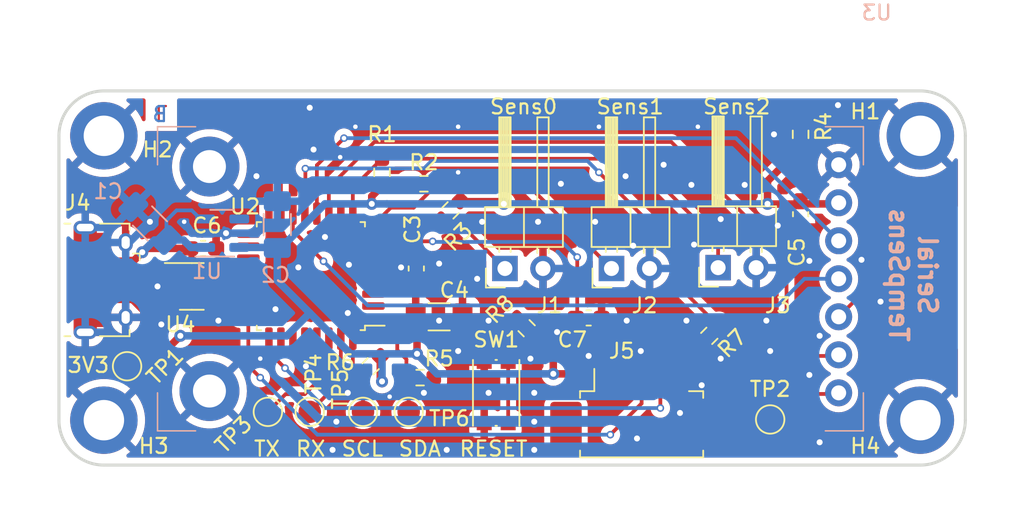
<source format=kicad_pcb>
(kicad_pcb (version 20221018) (generator pcbnew)
  (layers (0 "F.Cu" signal) (31 "B.Cu" signal) (34 "B.Paste" user) (35 "F.Paste" user) (36 "B.SilkS" user "B.Silkscreen") (37 "F.SilkS" user "F.Silkscreen") (38 "B.Mask" user) (39 "F.Mask" user) (44 "Edge.Cuts" user))
  (net 0 "")
  (net 1 "+3V3")
  (net 2 "GND")
  (net 3 "+5V")
  (net 4 "/nRST")
  (net 5 "Net-(J2-Pin_1)")
  (net 6 "Net-(J3-Pin_1)")
  (net 7 "/SWDIO")
  (net 8 "/SWCLK")
  (net 9 "/I2C1_SCL")
  (net 10 "/DISP_RST")
  (net 11 "/DISP_CS")
  (net 12 "/USB_D-")
  (net 13 "/USB_D+")
  (net 14 "/SPI1_SCK")
  (net 15 "/SPI1_MOSI")
  (net 16 "/DISP_DC")
  (net 17 "Net-(J1-Pin_1)")
  (net 30 "/UART_TX")
  (net 31 "/UART_RX")
  (net 35 "/I2C1_SDA")
  (net 36 "Net-(J4-D-)")
  (net 37 "Net-(J4-D+)")
  (footprint "Resistor_SMD:R_0603_1608Metric_Pad0.98x0.95mm_HandSolder" (layer "F.Cu") (at 124.638 66.982 -135)
    (fp_text reference "R3" (at 0.898026 -1.616446 -135) (layer "F.SilkS"))
    (fp_text value "8k2")
    (pad "1" smd roundrect (at -0.9125 0 225) (size 0.975 0.95) (layers "F.Cu" "F.Paste" "F.Mask") (net 1 "+3V3"))
    (pad "2" smd roundrect (at 0.9125 0 225) (size 0.975 0.95) (layers "F.Cu" "F.Paste" "F.Mask") (net 17 "Net-(J1-Pin_1)"))
  )
  (footprint "TestPoint:TestPoint_Pad_D1.5mm" (layer "F.Cu") (at 103.048 77.396)
    (fp_text reference "TP1" (at 2.54 0 45) (layer "F.SilkS"))
    (fp_text value "TestPoint")
    (pad "1" smd circle (at 0 0) (size 1.5 1.5) (layers "F.Cu" "F.Mask") (net 1 "+3V3"))
  )
  (footprint "TestPoint:TestPoint_Pad_D1.5mm" (layer "F.Cu") (at 121.844 80.444)
    (fp_text reference "TP6" (at 2.718 0.434) (layer "F.SilkS"))
    (fp_text value "TestPoint")
    (pad "1" smd circle (at 0 0) (size 1.5 1.5) (layers "F.Cu" "F.Mask") (net 35 "/I2C1_SDA"))
  )
  (footprint "TestPoint:TestPoint_Pad_D1.5mm" (layer "F.Cu") (at 115.24 80.444)
    (fp_text reference "TP4" (at 0.254 -2.54 90) (layer "F.SilkS"))
    (fp_text value "TestPoint")
    (pad "1" smd circle (at 0 0) (size 1.5 1.5) (layers "F.Cu" "F.Mask") (net 31 "/UART_RX"))
  )
  (footprint "Resistor_SMD:R_0603_1608Metric_Pad0.98x0.95mm_HandSolder" (layer "F.Cu") (at 148.006 61.902 90)
    (fp_text reference "R4" (at 0.508 1.524 90) (layer "F.SilkS"))
    (fp_text value "10k")
    (pad "1" smd roundrect (at -0.9125 0 90) (size 0.975 0.95) (layers "F.Cu" "F.Paste" "F.Mask") (net 1 "+3V3"))
    (pad "2" smd roundrect (at 0.9125 0 90) (size 0.975 0.95) (layers "F.Cu" "F.Paste" "F.Mask") (net 10 "/DISP_RST"))
  )
  (footprint "Capacitor_SMD:C_0603_1608Metric_Pad1.08x0.95mm_HandSolder" (layer "F.Cu") (at 133.858 74.168)
    (fp_text reference "C7" (at -1.092 1.45) (layer "F.SilkS"))
    (fp_text value "100n")
    (pad "1" smd roundrect (at -0.8625 0) (size 1.075 0.95) (layers "F.Cu" "F.Paste" "F.Mask") (net 4 "/nRST"))
    (pad "2" smd roundrect (at 0.8625 0) (size 1.075 0.95) (layers "F.Cu" "F.Paste" "F.Mask") (net 2 "GND"))
  )
  (footprint "TestPoint:TestPoint_Pad_D1.5mm" (layer "F.Cu") (at 112.446 80.444)
    (fp_text reference "TP3" (at -2.286 1.524 45) (layer "F.SilkS"))
    (fp_text value "TestPoint")
    (pad "1" smd circle (at 0 0) (size 1.5 1.5) (layers "F.Cu" "F.Mask") (net 30 "/UART_TX"))
  )
  (footprint "Connector_PinHeader_2.54mm:PinHeader_1x02_P2.54mm_Horizontal" (layer "F.Cu") (at 128.27 70.866 90)
    (fp_text reference "J1" (at -2.466 2.972 180) (layer "F.SilkS"))
    (fp_text value "Conn_01x02")
    (pad "1" thru_hole rect (at 0 0 90) (size 1.7 1.7) (drill 1) (layers "*.Cu" "*.Mask") (net 17 "Net-(J1-Pin_1)"))
    (pad "2" thru_hole oval (at 0 2.54 90) (size 1.7 1.7) (drill 1) (layers "*.Cu" "*.Mask") (net 2 "GND"))
  )
  (footprint "TestPoint:TestPoint_Pad_D1.5mm" (layer "F.Cu") (at 145.974 80.952)
    (fp_text reference "TP2" (at 0 -2.032) (layer "F.SilkS"))
    (fp_text value "TestPoint")
    (pad "1" smd circle (at 0 0) (size 1.5 1.5) (layers "F.Cu" "F.Mask") (net 2 "GND"))
  )
  (footprint "Package_QFP:LQFP-32_7x7mm_P0.8mm" (layer "F.Cu") (at 115.316 71.374 180)
    (fp_text reference "U2" (at 4.394 4.646) (layer "F.SilkS"))
    (fp_text value "STM32G0B1KCTx")
    (pad "1" smd roundrect (at -4.175 -2.8 180) (size 1.5 0.5) (layers "F.Cu" "F.Paste" "F.Mask") (net 35 "/I2C1_SDA"))
    (pad "2" smd roundrect (at -4.175 -2 180) (size 1.5 0.5) (layers "F.Cu" "F.Paste" "F.Mask"))
    (pad "3" smd roundrect (at -4.175 -1.2 180) (size 1.5 0.5) (layers "F.Cu" "F.Paste" "F.Mask"))
    (pad "4" smd roundrect (at -4.175 -0.4 180) (size 1.5 0.5) (layers "F.Cu" "F.Paste" "F.Mask") (net 1 "+3V3"))
    (pad "5" smd roundrect (at -4.175 0.4 180) (size 1.5 0.5) (layers "F.Cu" "F.Paste" "F.Mask") (net 2 "GND"))
    (pad "6" smd roundrect (at -4.175 1.2 180) (size 1.5 0.5) (layers "F.Cu" "F.Paste" "F.Mask") (net 4 "/nRST"))
    (pad "7" smd roundrect (at -4.175 2 180) (size 1.5 0.5) (layers "F.Cu" "F.Paste" "F.Mask") (net 17 "Net-(J1-Pin_1)"))
    (pad "8" smd roundrect (at -4.175 2.8 180) (size 1.5 0.5) (layers "F.Cu" "F.Paste" "F.Mask") (net 5 "Net-(J2-Pin_1)"))
    (pad "9" smd roundrect (at -2.8 4.175 180) (size 0.5 1.5) (layers "F.Cu" "F.Paste" "F.Mask") (net 6 "Net-(J3-Pin_1)"))
    (pad "10" smd roundrect (at -2 4.175 180) (size 0.5 1.5) (layers "F.Cu" "F.Paste" "F.Mask"))
    (pad "11" smd roundrect (at -1.2 4.175 180) (size 0.5 1.5) (layers "F.Cu" "F.Paste" "F.Mask") (net 16 "/DISP_DC"))
    (pad "12" smd roundrect (at -0.4 4.175 180) (size 0.5 1.5) (layers "F.Cu" "F.Paste" "F.Mask") (net 14 "/SPI1_SCK"))
    (pad "13" smd roundrect (at 0.4 4.175 180) (size 0.5 1.5) (layers "F.Cu" "F.Paste" "F.Mask") (net 11 "/DISP_CS"))
    (pad "14" smd roundrect (at 1.2 4.175 180) (size 0.5 1.5) (layers "F.Cu" "F.Paste" "F.Mask") (net 15 "/SPI1_MOSI"))
    (pad "15" smd roundrect (at 2 4.175 180) (size 0.5 1.5) (layers "F.Cu" "F.Paste" "F.Mask") (net 10 "/DISP_RST"))
    (pad "16" smd roundrect (at 2.8 4.175 180) (size 0.5 1.5) (layers "F.Cu" "F.Paste" "F.Mask"))
    (pad "17" smd roundrect (at 4.175 2.8 180) (size 1.5 0.5) (layers "F.Cu" "F.Paste" "F.Mask"))
    (pad "18" smd roundrect (at 4.175 2 180) (size 1.5 0.5) (layers "F.Cu" "F.Paste" "F.Mask"))
    (pad "19" smd roundrect (at 4.175 1.2 180) (size 1.5 0.5) (layers "F.Cu" "F.Paste" "F.Mask"))
    (pad "20" smd roundrect (at 4.175 0.4 180) (size 1.5 0.5) (layers "F.Cu" "F.Paste" "F.Mask"))
    (pad "21" smd roundrect (at 4.175 -0.4 180) (size 1.5 0.5) (layers "F.Cu" "F.Paste" "F.Mask"))
    (pad "22" smd roundrect (at 4.175 -1.2 180) (size 1.5 0.5) (layers "F.Cu" "F.Paste" "F.Mask") (net 12 "/USB_D-"))
    (pad "23" smd roundrect (at 4.175 -2 180) (size 1.5 0.5) (layers "F.Cu" "F.Paste" "F.Mask") (net 13 "/USB_D+"))
    (pad "24" smd roundrect (at 4.175 -2.8 180) (size 1.5 0.5) (layers "F.Cu" "F.Paste" "F.Mask") (net 7 "/SWDIO"))
    (pad "25" smd roundrect (at 2.8 -4.175 180) (size 0.5 1.5) (layers "F.Cu" "F.Paste" "F.Mask") (net 8 "/SWCLK"))
    (pad "26" smd roundrect (at 2 -4.175 180) (size 0.5 1.5) (layers "F.Cu" "F.Paste" "F.Mask"))
    (pad "27" smd roundrect (at 1.2 -4.175 180) (size 0.5 1.5) (layers "F.Cu" "F.Paste" "F.Mask"))
    (pad "28" smd roundrect (at 0.4 -4.175 180) (size 0.5 1.5) (layers "F.Cu" "F.Paste" "F.Mask"))
    (pad "29" smd roundrect (at -0.4 -4.175 180) (size 0.5 1.5) (layers "F.Cu" "F.Paste" "F.Mask"))
    (pad "30" smd roundrect (at -1.2 -4.175 180) (size 0.5 1.5) (layers "F.Cu" "F.Paste" "F.Mask") (net 30 "/UART_TX"))
    (pad "31" smd roundrect (at -2 -4.175 180) (size 0.5 1.5) (layers "F.Cu" "F.Paste" "F.Mask") (net 31 "/UART_RX"))
    (pad "32" smd roundrect (at -2.8 -4.175 180) (size 0.5 1.5) (layers "F.Cu" "F.Paste" "F.Mask") (net 9 "/I2C1_SCL"))
  )
  (footprint "Package_TO_SOT_SMD:SOT-23-6" (layer "F.Cu") (at 107.366 72.062)
    (fp_text reference "U4" (at -0.762 2.54) (layer "F.SilkS"))
    (fp_text value "USBLC6-2SC6")
    (pad "1" smd roundrect (at -1.1375 -0.95) (size 1.325 0.6) (layers "F.Cu" "F.Paste" "F.Mask") (net 36 "Net-(J4-D-)"))
    (pad "2" smd roundrect (at -1.1375 0) (size 1.325 0.6) (layers "F.Cu" "F.Paste" "F.Mask") (net 2 "GND"))
    (pad "3" smd roundrect (at -1.1375 0.95) (size 1.325 0.6) (layers "F.Cu" "F.Paste" "F.Mask") (net 37 "Net-(J4-D+)"))
    (pad "4" smd roundrect (at 1.1375 0.95) (size 1.325 0.6) (layers "F.Cu" "F.Paste" "F.Mask") (net 13 "/USB_D+"))
    (pad "5" smd roundrect (at 1.1375 0) (size 1.325 0.6) (layers "F.Cu" "F.Paste" "F.Mask") (net 3 "+5V"))
    (pad "6" smd roundrect (at 1.1375 -0.95) (size 1.325 0.6) (layers "F.Cu" "F.Paste" "F.Mask") (net 12 "/USB_D-"))
  )
  (footprint "MountingHole:MountingHole_2.7mm_M2.5_ISO7380_Pad" (layer "F.Cu") (at 156 81)
    (fp_text reference "H4" (at -3.676 1.73) (layer "F.SilkS"))
    (fp_text value "MountingHole_Pad")
    (pad "1" thru_hole circle (at 0 0) (size 4.5 4.5) (drill 2.7) (layers "*.Cu" "*.Mask") (net 2 "GND"))
  )
  (footprint "Resistor_SMD:R_0603_1608Metric_Pad0.98x0.95mm_HandSolder" (layer "F.Cu") (at 122.86 65.204)
    (fp_text reference "R2" (at 0 -1.43) (layer "F.SilkS"))
    (fp_text value "8k2")
    (pad "1" smd roundrect (at -0.9125 0) (size 0.975 0.95) (layers "F.Cu" "F.Paste" "F.Mask") (net 1 "+3V3"))
    (pad "2" smd roundrect (at 0.9125 0) (size 0.975 0.95) (layers "F.Cu" "F.Paste" "F.Mask") (net 5 "Net-(J2-Pin_1)"))
  )
  (footprint "MountingHole:MountingHole_2.7mm_M2.5_ISO7380_Pad" (layer "F.Cu") (at 101.5 62)
    (fp_text reference "H2" (at 3.58 0.918) (layer "F.SilkS"))
    (fp_text value "MountingHole_Pad")
    (pad "1" thru_hole circle (at 0 0) (size 4.5 4.5) (drill 2.7) (layers "*.Cu" "*.Mask") (net 2 "GND"))
  )
  (footprint "Resistor_SMD:R_0603_1608Metric_Pad0.98x0.95mm_HandSolder" (layer "F.Cu") (at 119.304 77.396 -135)
    (fp_text reference "R6" (at 1.257236 1.616446) (layer "F.SilkS"))
    (fp_text value "4k7")
    (pad "1" smd roundrect (at -0.9125 0 225) (size 0.975 0.95) (layers "F.Cu" "F.Paste" "F.Mask") (net 1 "+3V3"))
    (pad "2" smd roundrect (at 0.9125 0 225) (size 0.975 0.95) (layers "F.Cu" "F.Paste" "F.Mask") (net 9 "/I2C1_SCL"))
  )
  (footprint "Connector_Molex:Molex_PicoBlade_53261-0571_1x05-1MP_P1.25mm_Horizontal" (layer "F.Cu") (at 137.394 80.772)
    (fp_text reference "J5" (at -1.326 -4.4) (layer "F.SilkS"))
    (fp_text value "Conn_01x05")
    (pad "1" smd roundrect (at -2.5 -2.4) (size 0.8 1.6) (layers "F.Cu" "F.Paste" "F.Mask") (net 1 "+3V3"))
    (pad "2" smd roundrect (at -1.25 -2.4) (size 0.8 1.6) (layers "F.Cu" "F.Paste" "F.Mask") (net 4 "/nRST"))
    (pad "3" smd roundrect (at 0 -2.4) (size 0.8 1.6) (layers "F.Cu" "F.Paste" "F.Mask") (net 7 "/SWDIO"))
    (pad "4" smd roundrect (at 1.25 -2.4) (size 0.8 1.6) (layers "F.Cu" "F.Paste" "F.Mask") (net 8 "/SWCLK"))
    (pad "5" smd roundrect (at 2.5 -2.4) (size 0.8 1.6) (layers "F.Cu" "F.Paste" "F.Mask") (net 2 "GND"))
    (pad "MP" smd roundrect (at -5.05 0.5) (size 2.1 3) (layers "F.Cu" "F.Paste" "F.Mask") (roundrect_rratio 0.1190480952))
    (pad "MP" smd roundrect (at 5.05 0.5) (size 2.1 3) (layers "F.Cu" "F.Paste" "F.Mask") (roundrect_rratio 0.1190480952))
  )
  (footprint "Resistor_SMD:R_0603_1608Metric_Pad0.98x0.95mm_HandSolder" (layer "F.Cu") (at 120.066 64.442 90)
    (fp_text reference "R1" (at 2.54 0 180) (layer "F.SilkS"))
    (fp_text value "8k2")
    (pad "1" smd roundrect (at -0.9125 0 90) (size 0.975 0.95) (layers "F.Cu" "F.Paste" "F.Mask") (net 1 "+3V3"))
    (pad "2" smd roundrect (at 0.9125 0 90) (size 0.975 0.95) (layers "F.Cu" "F.Paste" "F.Mask") (net 6 "Net-(J3-Pin_1)"))
  )
  (footprint "MountingHole:MountingHole_2.7mm_M2.5_ISO7380_Pad" (layer "F.Cu") (at 101.5 81)
    (fp_text reference "H3" (at 3.326 1.73) (layer "F.SilkS"))
    (fp_text value "MountingHole_Pad")
    (pad "1" thru_hole circle (at 0 0) (size 4.5 4.5) (drill 2.7) (layers "*.Cu" "*.Mask") (net 2 "GND"))
  )
  (footprint "Connector_PinHeader_2.54mm:PinHeader_1x02_P2.54mm_Horizontal" (layer "F.Cu") (at 135.382 70.866 90)
    (fp_text reference "J2" (at -2.466 2.21 180) (layer "F.SilkS"))
    (fp_text value "Conn_01x02")
    (pad "1" thru_hole rect (at 0 0 90) (size 1.7 1.7) (drill 1) (layers "*.Cu" "*.Mask") (net 5 "Net-(J2-Pin_1)"))
    (pad "2" thru_hole oval (at 0 2.54 90) (size 1.7 1.7) (drill 1) (layers "*.Cu" "*.Mask") (net 2 "GND"))
  )
  (footprint "Button_Switch_SMD:SW_Push_1P1T_NO_CK_KMR2" (layer "F.Cu") (at 127.686 79.174 90)
    (fp_text reference "SW1" (at 3.556 0 180) (layer "F.SilkS"))
    (fp_text value "SW_Push")
    (pad "1" smd rect (at -2.05 -0.8 90) (size 0.9 1) (layers "F.Cu" "F.Paste" "F.Mask") (net 2 "GND"))
    (pad "1" smd rect (at 2.05 -0.8 90) (size 0.9 1) (layers "F.Cu" "F.Paste" "F.Mask") (net 2 "GND"))
    (pad "2" smd rect (at -2.05 0.8 90) (size 0.9 1) (layers "F.Cu" "F.Paste" "F.Mask") (net 4 "/nRST"))
    (pad "2" smd rect (at 2.05 0.8 90) (size 0.9 1) (layers "F.Cu" "F.Paste" "F.Mask") (net 4 "/nRST"))
  )
  (footprint "Resistor_SMD:R_0603_1608Metric_Pad0.98x0.95mm_HandSolder" (layer "F.Cu") (at 141.91 75.364 -135)
    (fp_text reference "R7" (at -0.71842 -1.436841 45) (layer "F.SilkS"))
    (fp_text value "10k")
    (pad "1" smd roundrect (at -0.9125 0 225) (size 0.975 0.95) (layers "F.Cu" "F.Paste" "F.Mask") (net 11 "/DISP_CS"))
    (pad "2" smd roundrect (at 0.9125 0 225) (size 0.975 0.95) (layers "F.Cu" "F.Paste" "F.Mask") (net 2 "GND"))
  )
  (footprint "Connector_USB:USB_Micro-B_Amphenol_10118194_Horizontal" (layer "F.Cu") (at 101.554 71.628 -90)
    (fp_text reference "J4" (at -5.154 1.808) (layer "F.SilkS"))
    (fp_text value "USB_B_Micro")
    (pad "1" smd rect (at -1.3 -1.4 270) (size 0.4 1.35) (layers "F.Cu" "F.Paste" "F.Mask") (net 3 "+5V"))
    (pad "2" smd rect (at -0.65 -1.4 270) (size 0.4 1.35) (layers "F.Cu" "F.Paste" "F.Mask") (net 36 "Net-(J4-D-)"))
    (pad "3" smd rect (at 0 -1.4 270) (size 0.4 1.35) (layers "F.Cu" "F.Paste" "F.Mask") (net 37 "Net-(J4-D+)"))
    (pad "4" smd rect (at 0.65 -1.4 270) (size 0.4 1.35) (layers "F.Cu" "F.Paste" "F.Mask"))
    (pad "5" smd rect (at 1.3 -1.4 270) (size 0.4 1.35) (layers "F.Cu" "F.Paste" "F.Mask") (net 2 "GND"))
    (pad "6" thru_hole oval (at -3.5 1.3 270) (size 0.89 1.55) (drill oval 0.5 1.15) (layers "*.Cu" "*.Mask") (net 2 "GND"))
    (pad "6" smd rect (at -2.9 1.3 270) (size 1.2 1.55) (layers "F.Cu" "F.Paste" "F.Mask") (net 2 "GND"))
    (pad "6" thru_hole oval (at -2.5 -1.4 270) (size 1.25 0.95) (drill oval 0.85 0.55) (layers "*.Cu" "*.Mask") (net 2 "GND"))
    (pad "6" smd rect (at -1 1.3 270) (size 1.5 1.55) (layers "F.Cu" "F.Paste" "F.Mask") (net 2 "GND"))
    (pad "6" smd rect (at 1 1.3 270) (size 1.5 1.55) (layers "F.Cu" "F.Paste" "F.Mask") (net 2 "GND"))
    (pad "6" thru_hole oval (at 2.5 -1.4 270) (size 1.25 0.95) (drill oval 0.85 0.55) (layers "*.Cu" "*.Mask") (net 2 "GND"))
    (pad "6" smd rect (at 2.9 1.3 270) (size 1.2 1.55) (layers "F.Cu" "F.Paste" "F.Mask") (net 2 "GND"))
    (pad "6" thru_hole oval (at 3.5 1.3 270) (size 0.89 1.55) (drill oval 0.5 1.15) (layers "*.Cu" "*.Mask") (net 2 "GND"))
  )
  (footprint "MountingHole:MountingHole_2.7mm_M2.5_ISO7380_Pad" (layer "F.Cu") (at 156 62)
    (fp_text reference "H1" (at -3.676 -1.622) (layer "F.SilkS"))
    (fp_text value "MountingHole_Pad")
    (pad "1" thru_hole circle (at 0 0) (size 4.5 4.5) (drill 2.7) (layers "*.Cu" "*.Mask") (net 2 "GND"))
  )
  (footprint "Connector_PinHeader_2.54mm:PinHeader_1x02_P2.54mm_Horizontal" (layer "F.Cu") (at 142.499 70.809 90)
    (fp_text reference "J3" (at -2.523 3.983) (layer "F.SilkS"))
    (fp_text value "Conn_01x02")
    (pad "1" thru_hole rect (at 0 0 90) (size 1.7 1.7) (drill 1) (layers "*.Cu" "*.Mask") (net 6 "Net-(J3-Pin_1)"))
    (pad "2" thru_hole oval (at 0 2.54 90) (size 1.7 1.7) (drill 1) (layers "*.Cu" "*.Mask") (net 2 "GND"))
  )
  (footprint "Capacitor_SMD:C_1206_3216Metric_Pad1.33x1.80mm_HandSolder" (layer "F.Cu") (at 123.876 74.094)
    (fp_text reference "C4" (at 1.016 -1.778) (layer "F.SilkS"))
    (fp_text value "1u")
    (pad "1" smd roundrect (at -1.5625 0) (size 1.325 1.8) (layers "F.Cu" "F.Paste" "F.Mask") (roundrect_rratio 0.1886792453) (net 1 "+3V3"))
    (pad "2" smd roundrect (at 1.5625 0) (size 1.325 1.8) (layers "F.Cu" "F.Paste" "F.Mask") (roundrect_rratio 0.1886792453) (net 2 "GND"))
  )
  (footprint "Resistor_SMD:R_0603_1608Metric_Pad0.98x0.95mm_HandSolder" (layer "F.Cu") (at 122.606 78.158 180)
    (fp_text reference "R5" (at -1.27 1.27 180) (layer "F.SilkS"))
    (fp_text value "4k7")
    (pad "1" smd roundrect (at -0.9125 0 180) (size 0.975 0.95) (layers "F.Cu" "F.Paste" "F.Mask") (net 1 "+3V3"))
    (pad "2" smd roundrect (at 0.9125 0 180) (size 0.975 0.95) (layers "F.Cu" "F.Paste" "F.Mask") (net 35 "/I2C1_SDA"))
  )
  (footprint "Capacitor_SMD:C_0603_1608Metric_Pad1.08x0.95mm_HandSolder" (layer "F.Cu") (at 148.006 67.236 -90)
    (fp_text reference "C5" (at 2.54 0.254 90) (layer "F.SilkS"))
    (fp_text value "100n")
    (pad "1" smd roundrect (at -0.8625 0 270) (size 1.075 0.95) (layers "F.Cu" "F.Paste" "F.Mask") (net 1 "+3V3"))
    (pad "2" smd roundrect (at 0.8625 0 270) (size 1.075 0.95) (layers "F.Cu" "F.Paste" "F.Mask") (net 2 "GND"))
  )
  (footprint "TestPoint:TestPoint_Pad_D1.5mm" (layer "F.Cu") (at 118.796 80.444)
    (fp_text reference "TP5" (at -1.524 -1.524 90) (layer "F.SilkS"))
    (fp_text value "TestPoint")
    (pad "1" smd circle (at 0 0) (size 1.5 1.5) (layers "F.Cu" "F.Mask") (net 9 "/I2C1_SCL"))
  )
  (footprint "Resistor_SMD:R_0603_1608Metric_Pad0.98x0.95mm_HandSolder" (layer "F.Cu") (at 129.718 74.856 135)
    (fp_text reference "R8" (at 2.155261 -0.35921 225) (layer "F.SilkS"))
    (fp_text value "10k")
    (pad "1" smd roundrect (at -0.9125 0 135) (size 0.975 0.95) (layers "F.Cu" "F.Paste" "F.Mask") (net 1 "+3V3"))
    (pad "2" smd roundrect (at 0.9125 0 135) (size 0.975 0.95) (layers "F.Cu" "F.Paste" "F.Mask") (net 4 "/nRST"))
  )
  (footprint "Capacitor_SMD:C_0603_1608Metric_Pad1.08x0.95mm_HandSolder" (layer "F.Cu") (at 108.128 69.522)
    (fp_text reference "C6" (at 0.254 -1.524) (layer "F.SilkS"))
    (fp_text value "100n")
    (pad "1" smd roundrect (at -0.8625 0) (size 1.075 0.95) (layers "F.Cu" "F.Paste" "F.Mask") (net 3 "+5V"))
    (pad "2" smd roundrect (at 0.8625 0) (size 1.075 0.95) (layers "F.Cu" "F.Paste" "F.Mask") (net 2 "GND"))
  )
  (footprint "Capacitor_SMD:C_0603_1608Metric_Pad1.08x0.95mm_HandSolder" (layer "F.Cu") (at 122.352 70.866 90)
    (fp_text reference "C3" (at 2.614 -0.254 90) (layer "F.SilkS"))
    (fp_text value "100n")
    (pad "1" smd roundrect (at -0.8625 0 90) (size 1.075 0.95) (layers "F.Cu" "F.Paste" "F.Mask") (net 1 "+3V3"))
    (pad "2" smd roundrect (at 0.8625 0 90) (size 1.075 0.95) (layers "F.Cu" "F.Paste" "F.Mask") (net 2 "GND"))
  )
  (footprint "Capacitor_SMD:C_1206_3216Metric_Pad1.33x1.80mm_HandSolder" (layer "B.Cu") (at 113.075501 67.931999 90)
    (fp_text reference "C2" (at -3.368001 -0.121501 180) (layer "B.SilkS") (effects (justify mirror)))
    (fp_text value "1u")
    (pad "1" smd roundrect (at -1.5625 0 90) (size 1.325 1.8) (layers "B.Cu" "B.Paste" "B.Mask") (roundrect_rratio 0.1886792453) (net 1 "+3V3"))
    (pad "2" smd roundrect (at 1.5625 0 90) (size 1.325 1.8) (layers "B.Cu" "B.Paste" "B.Mask") (roundrect_rratio 0.1886792453) (net 2 "GND"))
  )
  (footprint "personal-lib:SMIH-05VDC-SL-C,OLED_DISPLAY,128x64" (layer "B.Cu") (at 150.546 71.554 180)
    (fp_text reference "U3" (at -2.54 17.78 unlocked) (layer "B.SilkS") (effects (justify mirror)))
    (fp_text value "OLED Display")
    (pad "1" thru_hole circle (at 0 7.62 180) (size 1.8 1.8) (drill 1) (layers "*.Cu" "*.Mask") (net 2 "GND"))
    (pad "2" thru_hole circle (at 0 5.08 180) (size 1.8 1.8) (drill 1) (layers "*.Cu" "*.Mask") (net 1 "+3V3"))
    (pad "3" thru_hole circle (at 0 2.54 180) (size 1.8 1.8) (drill 1) (layers "*.Cu" "*.Mask") (net 14 "/SPI1_SCK"))
    (pad "4" thru_hole circle (at 0 0 180) (size 1.8 1.8) (drill 1) (layers "*.Cu" "*.Mask") (net 15 "/SPI1_MOSI"))
    (pad "5" thru_hole circle (at 0 -2.54 180) (size 1.8 1.8) (drill 1) (layers "*.Cu" "*.Mask") (net 10 "/DISP_RST"))
    (pad "6" thru_hole circle (at 0 -5.08 180) (size 1.8 1.8) (drill 1) (layers "*.Cu" "*.Mask") (net 16 "/DISP_DC"))
    (pad "7" thru_hole circle (at 0 -7.62 180) (size 1.8 1.8) (drill 1) (layers "*.Cu" "*.Mask") (net 11 "/DISP_CS"))
    (pad "8" thru_hole circle (at 42 7.5 180) (size 4 4) (drill 2.2) (layers "*.Cu" "*.Mask") (net 2 "GND"))
    (pad "9" thru_hole circle (at 42 -7.5 180) (size 4 4) (drill 2.2) (layers "*.Cu" "*.Mask") (net 2 "GND"))
  )
  (footprint "Package_TO_SOT_SMD:SOT-23-5" (layer "B.Cu") (at 109.398 68.506)
    (fp_text reference "U1" (at -1.016 2.54 180) (layer "B.SilkS") (effects (justify mirror)))
    (fp_text value "MIC5504-3.3YM5")
    (pad "1" smd roundrect (at -1.1375 0.95) (size 1.325 0.6) (layers "B.Cu" "B.Paste" "B.Mask") (net 3 "+5V"))
    (pad "2" smd roundrect (at -1.1375 0) (size 1.325 0.6) (layers "B.Cu" "B.Paste" "B.Mask") (net 2 "GND"))
    (pad "3" smd roundrect (at -1.1375 -0.95) (size 1.325 0.6) (layers "B.Cu" "B.Paste" "B.Mask") (net 3 "+5V"))
    (pad "4" smd roundrect (at 1.1375 -0.95) (size 1.325 0.6) (layers "B.Cu" "B.Paste" "B.Mask"))
    (pad "5" smd roundrect (at 1.1375 0.95) (size 1.325 0.6) (layers "B.Cu" "B.Paste" "B.Mask") (net 1 "+3V3"))
  )
  (footprint "Capacitor_SMD:C_1206_3216Metric_Pad1.33x1.80mm_HandSolder" (layer "B.Cu") (at 104.572 67.855998 135)
    (fp_text reference "C1" (at 3.491692 -0.459621) (layer "B.SilkS") (effects (justify mirror)))
    (fp_text value "1u")
    (pad "1" smd roundrect (at -1.5625 0 135) (size 1.325 1.8) (layers "B.Cu" "B.Paste" "B.Mask") (roundrect_rratio 0.1886792453) (net 3 "+5V"))
    (pad "2" smd roundrect (at 1.5625 0 135) (size 1.325 1.8) (layers "B.Cu" "B.Paste" "B.Mask") (roundrect_rratio 0.1886792453) (net 2 "GND"))
  )
  (gr_line (start 98.5 81) (end 98.5 62) (stroke (width 0.2)) (layer "Edge.Cuts"))
  (gr_arc (start 156 59) (mid 158.12132 59.87868) (end 159 62) (stroke (width 0.2)) (layer "Edge.Cuts"))
  (gr_arc (start 159 81) (mid 158.12132 83.12132) (end 156 84) (stroke (width 0.2)) (layer "Edge.Cuts"))
  (gr_line (start 156 84) (end 101.5 84) (stroke (width 0.2)) (layer "Edge.Cuts"))
  (gr_line (start 101.5 59) (end 156 59) (stroke (width 0.2)) (layer "Edge.Cuts"))
  (gr_line (start 159 62) (end 159 81) (stroke (width 0.2)) (layer "Edge.Cuts"))
  (gr_arc (start 98.5 62) (mid 99.37868 59.87868) (end 101.5 59) (stroke (width 0.2)) (layer "Edge.Cuts"))
  (gr_arc (start 101.5 84) (mid 99.37868 83.12132) (end 98.5 81) (stroke (width 0.2)) (layer "Edge.Cuts"))
  (gr_text "F" (at 104.826 61.14) (layer "F.Cu") (effects (font (size 1 1)) (justify left bottom)))
  (gr_text "PCB rev. A" (at 157.912 75.618 90) (layer "F.Cu") (effects (font (size 1 1)) (justify left bottom)))
  (gr_text "B" (at 105.842 61.14) (layer "B.Cu") (effects (font (size 1 1)) (justify left bottom mirror)))
  (gr_text "Serial\nTempSens" (at 153.848 71.3 -90) (layer "B.SilkS") (effects (font (size 1.2 1.2) (thickness 0.25) bold) (justify bottom mirror)))
  (gr_text "3V3" (at 98.984 77.904) (layer "F.SilkS") (effects (font (size 1 1)) (justify left bottom)))
  (gr_text "SDA" (at 121.082 83.492) (layer "F.SilkS") (effects (font (size 1 1)) (justify left bottom)))
  (gr_text "RX" (at 114.224 83.492) (layer "F.SilkS") (effects (font (size 1 1)) (justify left bottom)))
  (gr_text "Sens2" (at 141.402 60.632) (layer "F.SilkS") (effects (font (size 1 1)) (justify left bottom)))
  (gr_text "RESET" (at 125.146 83.492) (layer "F.SilkS") (effects (font (size 1 1)) (justify left bottom)))
  (gr_text "Sens1" (at 134.29 60.632) (layer "F.SilkS") (effects (font (size 1 1)) (justify left bottom)))
  (gr_text "TX" (at 111.43 83.492) (layer "F.SilkS") (effects (font (size 1 1)) (justify left bottom)))
  (gr_text "SCL" (at 117.272 83.492) (layer "F.SilkS") (effects (font (size 1 1)) (justify left bottom)))
  (gr_text "Sens0" (at 127.178 60.632) (layer "F.SilkS") (effects (font (size 1 1)) (justify left bottom)))
  (segment (start 119.949235 78.295235) (end 120.066 78.412) (width 0.5) (layer "F.Cu") (net 1))
  (segment (start 121.783 65.204) (end 120.2165 65.204) (width 0.5) (layer "F.Cu") (net 1))
  (segment (start 122.3135 74.094) (end 122.3135 71.6795) (width 0.5) (layer "F.Cu") (net 1))
  (segment (start 145.796 65.0245) (end 145.796 66.548) (width 0.5) (layer "F.Cu") (net 1))
  (segment (start 119.949235 76.750765) (end 119.949235 78.295235) (width 0.5) (layer "F.Cu") (net 1))
  (segment (start 134.426 77.904) (end 134.894 78.372) (width 0.5) (layer "F.Cu") (net 1))
  (segment (start 131.497 76.635) (end 130.617235 75.755235) (width 0.5) (layer "F.Cu") (net 1))
  (segment (start 131.497 77.903) (end 131.497 76.635) (width 0.5) (layer "F.Cu") (net 1))
  (segment (start 119.38 66.0405) (end 119.38 66.548) (width 0.5) (layer "F.Cu") (net 1))
  (segment (start 147.841 66.548) (end 150.368 66.548) (width 0.5) (layer "F.Cu") (net 1))
  (segment (start 123.5185 77.6835) (end 122.402 76.567) (width 0.5) (layer "F.Cu") (net 1))
  (segment (start 120.2165 65.204) (end 119.38 66.0405) (width 0.5) (layer "F.Cu") (net 1))
  (segment (start 106.604 75.364) (end 104.572 77.396) (width 0.5) (layer "F.Cu") (net 1))
  (segment (start 122.402 74.475) (end 122.3135 74.3865) (width 0.5) (layer "F.Cu") (net 1))
  (segment (start 123.5185 78.158) (end 123.5185 77.6835) (width 0.5) (layer "F.Cu") (net 1))
  (segment (start 122.3135 74.3865) (end 122.3135 74.094) (width 0.5) (layer "F.Cu") (net 1))
  (segment (start 147.828 66.561) (end 145.809 66.561) (width 0.5) (layer "F.Cu") (net 1))
  (segment (start 119.491 71.774) (end 122.041 71.774) (width 0.5) (layer "F.Cu") (net 1))
  (segment (start 125.475363 66.398637) (end 128.044637 66.398637) (width 0.5) (layer "F.Cu") (net 1))
  (segment (start 104.572 77.396) (end 103.048 77.396) (width 0.5) (layer "F.Cu") (net 1))
  (segment (start 131.497 77.903) (end 131.498 77.904) (width 0.5) (layer "F.Cu") (net 1))
  (segment (start 148.006 62.8145) (end 145.796 65.0245) (width 0.5) (layer "F.Cu") (net 1))
  (segment (start 145.809 66.561) (end 145.796 66.548) (width 0.5) (layer "F.Cu") (net 1))
  (segment (start 122.402 76.567) (end 122.402 74.475) (width 0.5) (layer "F.Cu") (net 1))
  (segment (start 131.498 77.904) (end 134.426 77.904) (width 0.5) (layer "F.Cu") (net 1))
  (segment (start 128.044637 66.398637) (end 128.194 66.548) (width 0.5) (layer "F.Cu") (net 1))
  (via (at 145.796 66.548) (size 0.8) (drill 0.4) (layers "F.Cu" "B.Cu") (net 1))
  (via (at 122.402 76.567) (size 0.8) (drill 0.4) (layers "F.Cu" "B.Cu") (net 1))
  (via (at 120.066 78.412) (size 0.8) (drill 0.4) (layers "F.Cu" "B.Cu") (net 1))
  (via (at 119.38 66.548) (size 0.8) (drill 0.4) (layers "F.Cu" "B.Cu") (net 1))
  (via (at 131.497 77.903) (size 0.8) (drill 0.4) (layers "F.Cu" "B.Cu") (net 1))
  (via (at 128.194 66.548) (size 0.8) (drill 0.4) (layers "F.Cu" "B.Cu") (net 1))
  (via (at 106.604 75.364) (size 0.8) (drill 0.4) (layers "F.Cu" "B.Cu") (net 1))
  (segment (start 113.075501 71.673501) (end 113.075501 69.494499) (width 0.5) (layer "B.Cu") (net 1))
  (segment (start 113.037002 69.456) (end 113.075501 69.494499) (width 0.5) (layer "B.Cu") (net 1))
  (segment (start 131.496 77.904) (end 123.739 77.904) (width 0.5) (layer "B.Cu") (net 1))
  (segment (start 120.396 66.548) (end 116.256 66.548) (width 0.5) (layer "B.Cu") (net 1))
  (segment (start 131.497 77.903) (end 131.496 77.904) (width 0.5) (layer "B.Cu") (net 1))
  (segment (start 117.969 76.567) (end 115.241 73.839) (width 0.5) (layer "B.Cu") (net 1))
  (segment (start 120.066 76.567) (end 117.969 76.567) (width 0.5) (layer "B.Cu") (net 1))
  (segment (start 128.194 66.548) (end 145.796 66.548) (width 0.5) (layer "B.Cu") (net 1))
  (segment (start 115.241 73.839) (end 113.075501 71.673501) (width 0.5) (layer "B.Cu") (net 1))
  (segment (start 110.5355 69.456) (end 113.037002 69.456) (width 0.5) (layer "B.Cu") (net 1))
  (segment (start 123.739 77.904) (end 122.402 76.567) (width 0.5) (layer "B.Cu") (net 1))
  (segment (start 120.396 66.548) (end 128.194 66.548) (width 0.5) (layer "B.Cu") (net 1))
  (segment (start 122.402 76.567) (end 120.066 76.567) (width 0.5) (layer "B.Cu") (net 1))
  (segment (start 120.066 78.412) (end 120.066 76.567) (width 0.5) (layer "B.Cu") (net 1))
  (segment (start 106.604 75.364) (end 113.716 75.364) (width 0.5) (layer "B.Cu") (net 1))
  (segment (start 113.716 75.364) (end 115.241 73.839) (width 0.5) (layer "B.Cu") (net 1))
  (segment (start 113.309501 69.494499) (end 116.256 66.548) (width 0.5) (layer "B.Cu") (net 1))
  (segment (start 113.075501 69.494499) (end 113.309501 69.494499) (width 0.5) (layer "B.Cu") (net 1))
  (segment (start 106.2285 72.062) (end 106.789528 72.062) (width 0.5) (layer "F.Cu") (net 2))
  (segment (start 117.964 70.974) (end 117.856 70.612) (width 0.5) (layer "F.Cu") (net 2))
  (segment (start 102.954 72.928) (end 103.406 72.928) (width 0.5) (layer "F.Cu") (net 2))
  (segment (start 102.954 72.928) (end 100.554 72.928) (width 0.5) (layer "F.Cu") (net 2))
  (segment (start 109.652 68.506) (end 109.144 68.252) (width 0.5) (layer "F.Cu") (net 2))
  (segment (start 106.2285 72.062) (end 105.08 72.062) (width 0.5) (layer "F.Cu") (net 2))
  (segment (start 106.789528 72.062) (end 107.366 72.638472) (width 0.5) (layer "F.Cu") (net 2))
  (segment (start 121.154 70.974) (end 119.491 70.974) (width 0.5) (layer "F.Cu") (net 2))
  (segment (start 103.406 72.928) (end 104.318 73.84) (width 0.5) (layer "F.Cu") (net 2))
  (segment (start 100.554 72.928) (end 100.254 72.628) (width 0.5) (layer "F.Cu") (net 2))
  (segment (start 108.9905 68.4055) (end 109.652 68.506) (width 0.5) (layer "F.Cu") (net 2))
  (segment (start 121.336 70.792) (end 122.037 70.091) (width 0.5) (layer "F.Cu") (net 2))
  (segment (start 119.491 70.974) (end 117.964 70.974) (width 0.5) (layer "F.Cu") (net 2))
  (segment (start 122.037 70.091) (end 122.174 70.091) (width 0.5) (layer "F.Cu") (net 2))
  (segment (start 121.336 70.792) (end 121.154 70.974) (width 0.5) (layer "F.Cu") (net 2))
  (segment (start 108.9905 69.522) (end 108.9905 68.4055) (width 0.5) (layer "F.Cu") (net 2))
  (segment (start 117.856 70.612) (end 117.856 70.866) (width 0.5) (layer "F.Cu") (net 2))
  (segment (start 107.366 72.638472) (end 107.366 74.094) (width 0.5) (layer "F.Cu") (net 2))
  (via (at 136.322 64.696) (size 0.8) (drill 0.4) (layers "F.Cu" "B.Cu") (net 2))
  (via (at 142.672 67.564) (size 0.8) (drill 0.4) (layers "F.Cu" "B.Cu") (net 2))
  (via (at 123.876 70.538) (size 0.8) (drill 0.4) (layers "F.Cu" "B.Cu") (net 2))
  (via (at 117.018 81.1) (size 0.8) (drill 0.4) (layers "F.Cu" "B.Cu") (net 2))
  (via (at 114.986 77.396) (size 0.8) (drill 0.4) (layers "F.Cu" "B.Cu") (net 2))
  (via (at 109.144 74.348) (size 0.8) (drill 0.4) (layers "F.Cu" "B.Cu") (net 2))
  (via (at 137.338 76.38) (size 0.8) (drill 0.4) (layers "F.Cu" "B.Cu") (net 2))
  (via (at 140.894 69.268) (size 0.8) (drill 0.4) (layers "F.Cu" "B.Cu") (net 2))
  (via (at 104.572 67.744) (size 0.8) (drill 0.4) (layers "F.Cu" "B.Cu") (net 2))
  (via (at 132.004 65.204) (size 0.8) (drill 0.4) (layers "F.Cu" "B.Cu") (net 2))
  (via (at 146.482 67.998) (size 0.8) (drill 0.4) (layers "F.Cu" "B.Cu") (net 2))
  (via (at 148.59 77.978) (size 0.8) (drill 0.4) (layers "F.Cu" "B.Cu") (net 2))
  (via (at 130.226 82.984) (size 0.8) (drill 0.4) (layers "F.Cu" "B.Cu") (net 2))
  (via (at 120.574 79.428) (size 0.5) (drill 0.3) (layers "F.Cu" "B.Cu") (net 2))
  (via (at 105.08 72.062) (size 0.8) (drill 0.4) (layers "F.Cu" "B.Cu") (net 2))
  (via (at 130.226 79.174) (size 0.8) (drill 0.4) (layers "F.Cu" "B.Cu") (net 2))
  (via (at 142.672 76.888) (size 0.8) (drill 0.4) (layers "F.Cu" "B.Cu") (net 2))
  (via (at 117.78 73.84) (size 0.8) (drill 0.4) (layers "F.Cu" "B.Cu") (net 2))
  (via (at 145.72 74.348) (size 0.8) (drill 0.4) (layers "F.Cu" "B.Cu") (net 2))
  (via (at 116.764 82.984) (size 0.8) (drill 0.4) (layers "F.Cu" "B.Cu") (net 2))
  (via (at 126.416 71.554) (size 0.8) (drill 0.4) (layers "F.Cu" "B.Cu") (net 2))
  (via (at 131.75 75.11) (size 0.8) (drill 0.4) (layers "F.Cu" "B.Cu") (net 2))
  (via (at 126.746 67.744) (size 0.8) (drill 0.4) (layers "F.Cu" "B.Cu") (net 2))
  (via (at 127.178 79.174) (size 0.8) (drill 0.4) (layers "F.Cu" "B.Cu") (net 2))
  (via (at 133.858 76.708) (size 0.8) (drill 0.4) (layers "F.Cu" "B.Cu") (net 2))
  (via (at 112.954 73.586) (size 0.8) (drill 0.4) (layers "F.Cu" "B.Cu") (net 2))
  (via (at 136.398 74.348) (size 0.8) (drill 0.4) (layers "F.Cu" "B.Cu") (net 2))
  (via (at 114.478 70.792) (size 0.8) (drill 0.4) (layers "F.Cu" "B.Cu") (net 2))
  (via (at 111.684 64.696) (size 0.8) (drill 0.4) (layers "F.Cu" "B.Cu") (net 2))
  (via (at 138.862 63.934) (size 0.8) (drill 0.4) (layers "F.Cu" "B.Cu") (net 2))
  (via (at 111.938 76.888) (size 0.5) (drill 0.3) (layers "F.Cu" "B.Cu") (net 2))
  (via (at 121.336 70.792) (size 0.8) (drill 0.4) (layers "F.Cu" "B.Cu") (net 2))
  (via (at 127.178 74.348) (size 0.8) (drill 0.4) (layers "F.Cu" "B.Cu") (net 2))
  (via (at 115.494 62.918) (size 0.8) (drill 0.4) (layers "F.Cu" "B.Cu") (net 2))
  (via (at 129.972 76.888) (size 0.8) (drill 0.4) (layers "F.Cu" "B.Cu") (net 2))
  (via (at 130.226 81.1) (size 0.8) (drill 0.4) (layers "F.Cu" "B.Cu") (net 2))
  (via (at 136.83 69.342) (size 0.8) (drill 0.4) (layers "F.Cu" "B.Cu") (net 2))
  (via (at 153.34 73.078) (size 0.8) (drill 0.4) (layers "F.Cu" "B.Cu") (net 2))
  (via (at 149.276 75.364) (size 0.8) (drill 0.4) (layers "F.Cu" "B.Cu") (net 2))
  (via (at 117.272 63.426) (size 0.5) (drill 0.3) (layers "F.Cu" "B.Cu") (net 2))
  (via (at 118.288 61.394) (size 0.5) (drill 0.3) (layers "F.Cu" "B.Cu") (net 2))
  (via (at 134.29 67.744) (size 0.8) (drill 0.4) (layers "F.Cu" "B.Cu") (net 2))
  (via (at 139.954 80.518) (size 0.8) (drill 0.4) (layers "F.Cu" "B.Cu") (net 2))
  (via (at 148.59 70.358) (size 0.8) (drill 0.4) (layers "F.Cu" "B.Cu") (net 2))
  (via (at 125.146 61.394) (size 0.5) (drill 0.3) (layers "F.Cu" "B.Cu") (net 2))
  (via (at 116.256 68.76) (size 0.8) (drill 0.4) (layers "F.Cu" "B.Cu") (net 2))
  (via (at 130.48 67.744) (size 0.8) (drill 0.4) (layers "F.Cu" "B.Cu") (net 2))
  (via (at 152.07 70.284) (size 0.8) (drill 0.4) (layers "F.Cu" "B.Cu") (net 2))
  (via (at 140.386 74.348) (size 0.8) (drill 0.4) (layers "F.Cu" "B.Cu") (net 2))
  (via (at 141.402 78.666) (size 0.8) (drill 0.4) (layers "F.Cu" "B.Cu") (net 2))
  (via (at 122.86 79.174) (size 0.8) (drill 0.4) (layers "F.Cu" "B.Cu") (net 2))
  (via (at 117.856 70.612) (size 0.8) (drill 0.4) (layers "F.Cu" "B.Cu") (net 2))
  (via (at 141.148 61.394) (size 0.5) (drill 0.3) (layers "F.Cu" "B.Cu") (net 2))
  (via (at 134.544 61.394) (size 0.5) (drill 0.3) (layers "F.Cu" "B.Cu") (net 2))
  (via (at 150.5 59.95) (size 0.8) (drill 0.4) (layers "F.Cu" "B.Cu") (net 2))
  (via (at 123.876 74.348) (size 0.8) (drill 0.4) (layers "F.Cu" "B.Cu") (net 2))
  (via (at 125.146 64.442) (size 0.5) (drill 0.3) (layers "F.Cu" "B.Cu") (net 2))
  (via (at 137.084 82.222) (size 0.8) (drill 0.4) (layers "F.Cu" "B.Cu") (net 2))
  (via (at 146.228 61.902) (size 0.8) (drill 0.4) (layers "F.Cu" "B.Cu") (net 2))
  (via (at 145.974 76.38) (size 0.8) (drill 0.4) (layers "F.Cu" "B.Cu") (net 2))
  (via (at 115.24 60.124) (size 0.8) (drill 0.4) (layers "F.Cu" "B.Cu") (net 2))
  (via (at 125.146 76.38) (size 0.8) (drill 0.4) (layers "F.Cu" "B.Cu") (net 2))
  (via (at 124.384 82.984) (size 0.8) (drill 0.4) (layers "F.Cu" "B.Cu") (net 2))
  (via (at 117.78 79.174) (size 0.8) (drill 0.4) (layers "F.Cu" "B.Cu") (net 2))
  (via (at 140.716 65.278) (size 0.8) (drill 0.4) (layers "F.Cu" "B.Cu") (net 2))
  (via (at 105.334 74.602) (size 0.8) (drill 0.4) (layers "F.Cu" "B.Cu") (net 2))
  (via (at 106.858 67.744) (size 0.5) (drill 0.3) (layers "F.Cu" "B.Cu") (net 2))
  (via (at 149.276 82.476) (size 0.8) (drill 0.4) (layers "F.Cu" "B.Cu") (net 2))
  (via (at 109.652 68.506) (size 0.8) (drill 0.4) (layers "F.Cu" "B.Cu") (net 2))
  (via (at 144.272 65.278) (size 0.8) (drill 0.4) (layers "F.Cu" "B.Cu") (net 2))
  (segment (start 108.2605 68.506) (end 109.652 68.506) (width 0.5) (layer "B.Cu") (net 2))
  (segment (start 103.188 69.128) (end 104.572 67.744) (width 0.5) (layer "B.Cu") (net 2))
  (segment (start 104.460002 67.744) (end 103.467146 66.751144) (width 0.5) (layer "B.Cu") (net 2))
  (segment (start 108.2605 68.506) (end 107.366 68.506) (width 0.5) (layer "B.Cu") (net 2))
  (segment (start 107.366 68.506) (end 106.858 67.744) (width 0.5) (layer "B.Cu") (net 2))
  (segment (start 102.954 69.128) (end 103.188 69.128) (width 0.5) (layer "B.Cu") (net 2))
  (segment (start 104.572 67.744) (end 104.460002 67.744) (width 0.5) (layer "B.Cu") (net 2))
  (segment (start 107.942472 72.062) (end 107.391 71.510528) (width 0.5) (layer "F.Cu") (net 3))
  (segment (start 104.064 69.776) (end 104.318 69.522) (width 0.5) (layer "F.Cu") (net 3))
  (segment (start 103.512 70.328) (end 102.954 70.328) (width 0.5) (layer "F.Cu") (net 3))
  (segment (start 107.391 71.510528) (end 107.391 69.6475) (width 0.5) (layer "F.Cu") (net 3))
  (segment (start 108.5035 72.062) (end 107.942472 72.062) (width 0.5) (layer "F.Cu") (net 3))
  (segment (start 104.318 69.522) (end 107.2655 69.522) (width 0.5) (layer "F.Cu") (net 3))
  (segment (start 107.391 69.6475) (end 107.2655 69.522) (width 0.5) (layer "F.Cu") (net 3))
  (segment (start 104.064 69.776) (end 103.512 70.328) (width 0.5) (layer "F.Cu") (net 3))
  (via (at 104.064 69.776) (size 0.8) (drill 0.4) (layers "F.Cu" "B.Cu") (net 3))
  (segment (start 105.676854 67.655146) (end 105.676854 68.960852) (width 0.25) (layer "B.Cu") (net 3))
  (segment (start 105.676854 68.960852) (end 106.804852 68.960852) (width 0.5) (layer "B.Cu") (net 3))
  (segment (start 106.804852 68.960852) (end 107.3 69.456) (width 0.5) (layer "B.Cu") (net 3))
  (segment (start 108.2605 67.556) (end 108.194 67.556) (width 0.5) (layer "B.Cu") (net 3))
  (segment (start 107.3 69.456) (end 108.2605 69.456) (width 0.5) (layer "B.Cu") (net 3))
  (segment (start 108.194 67.556) (end 107.94 67.556) (width 0.25) (layer "B.Cu") (net 3))
  (segment (start 104.879148 68.960852) (end 105.676854 68.960852) (width 0.5) (layer "B.Cu") (net 3))
  (segment (start 104.064 69.776) (end 104.879148 68.960852) (width 0.5) (layer "B.Cu") (net 3))
  (segment (start 107.94 67.556) (end 107.366 66.982) (width 0.25) (layer "B.Cu") (net 3))
  (segment (start 107.366 66.982) (end 106.35 66.982) (width 0.25) (layer "B.Cu") (net 3))
  (segment (start 106.35 66.982) (end 105.676854 67.655146) (width 0.25) (layer "B.Cu") (net 3))
  (segment (start 133.096 74.168) (end 136.144 77.216) (width 0.25) (layer "F.Cu") (net 4))
  (segment (start 132.9955 74.168) (end 129.62353 74.168) (width 0.25) (layer "F.Cu") (net 4))
  (segment (start 128.486 74.79753) (end 128.486 77.124) (width 0.25) (layer "F.Cu") (net 4))
  (segment (start 119.491 70.174) (end 120.58 70.174) (width 0.25) (layer "F.Cu") (net 4))
  (segment (start 128.486 77.124) (end 128.486 81.224) (width 0.25) (layer "F.Cu") (net 4))
  (segment (start 129.072765 74.210765) (end 128.486 74.79753) (width 0.25) (layer "F.Cu") (net 4))
  (segment (start 120.58 70.174) (end 121.7035 69.0505) (width 0.25) (layer "F.Cu") (net 4))
  (segment (start 129.62353 74.168) (end 129.326765 74.464765) (width 0.25) (layer "F.Cu") (net 4))
  (segment (start 136.144 77.216) (end 136.144 78.372) (width 0.25) (layer "F.Cu") (net 4))
  (segment (start 121.7035 69.0505) (end 123.444 69.0505) (width 0.25) (layer "F.Cu") (net 4))
  (segment (start 133.096 70.106) (end 133.096 74.168) (width 0.25) (layer "F.Cu") (net 4))
  (via (at 133.096 70.106) (size 0.5) (drill 0.3) (layers "F.Cu" "B.Cu") (net 4))
  (via (at 123.444 69.0505) (size 0.5) (drill 0.3) (layers "F.Cu" "B.Cu") (net 4))
  (segment (start 123.4815 69.088) (end 123.444 69.0505) (width 0.25) (layer "B.Cu") (net 4))
  (segment (start 133.096 70.106) (end 132.078 69.088) (width 0.25) (layer "B.Cu") (net 4))
  (segment (start 132.078 69.088) (end 123.4815 69.088) (width 0.25) (layer "B.Cu") (net 4))
  (segment (start 119.491 67.961) (end 119.491 68.574) (width 0.25) (layer "F.Cu") (net 5))
  (segment (start 135.382 70.866) (end 129.72 65.204) (width 0.25) (layer "F.Cu") (net 5))
  (segment (start 122.1745 66.802) (end 120.65 66.802) (width 0.25) (layer "F.Cu") (net 5))
  (segment (start 129.72 65.204) (end 123.7725 65.204) (width 0.25) (layer "F.Cu") (net 5))
  (segment (start 120.65 66.802) (end 119.491 67.961) (width 0.25) (layer "F.Cu") (net 5))
  (segment (start 123.7725 65.204) (end 122.1745 66.802) (width 0.25) (layer "F.Cu") (net 5))
  (segment (start 118.116 65.4795) (end 118.116 67.199) (width 0.25) (layer "F.Cu") (net 6))
  (segment (start 142.499 70.809) (end 142.499 69.095) (width 0.25) (layer "F.Cu") (net 6))
  (segment (start 136.9335 63.5295) (end 120.066 63.5295) (width 0.25) (layer "F.Cu") (net 6))
  (segment (start 142.499 69.095) (end 136.9335 63.5295) (width 0.25) (layer "F.Cu") (net 6))
  (segment (start 120.066 63.5295) (end 118.116 65.4795) (width 0.25) (layer "F.Cu") (net 6))
  (segment (start 111.141 77.359) (end 111.141 74.174) (width 0.25) (layer "F.Cu") (net 7))
  (segment (start 135.306 81.968) (end 137.394 79.88) (width 0.25) (layer "F.Cu") (net 7))
  (segment (start 111.939 78.157) (end 111.141 77.359) (width 0.25) (layer "F.Cu") (net 7))
  (segment (start 137.394 79.88) (end 137.394 78.372) (width 0.25) (layer "F.Cu") (net 7))
  (via (at 135.306 81.968) (size 0.5) (drill 0.3) (layers "F.Cu" "B.Cu") (net 7))
  (via (at 111.939 78.157) (size 0.5) (drill 0.3) (layers "F.Cu" "B.Cu") (net 7))
  (segment (start 111.939 78.157) (end 115.75 81.968) (width 0.25) (layer "B.Cu") (net 7))
  (segment (start 115.75 81.968) (end 135.306 81.968) (width 0.25) (layer "B.Cu") (net 7))
  (segment (start 113.59 77.522) (end 112.516 76.448) (width 0.25) (layer "F.Cu") (net 8))
  (segment (start 138.644 80.19) (end 138.644 78.372) (width 0.25) (layer "F.Cu") (net 8))
  (segment (start 112.516 76.448) (end 112.516 75.549) (width 0.25) (layer "F.Cu") (net 8))
  (via (at 138.644 80.19) (size 0.5) (drill 0.3) (layers "F.Cu" "B.Cu") (net 8))
  (via (at 113.59 77.522) (size 0.5) (drill 0.3) (layers "F.Cu" "B.Cu") (net 8))
  (segment (start 138.644 80.19) (end 116.258 80.19) (width 0.25) (layer "B.Cu") (net 8))
  (segment (start 116.258 80.19) (end 113.59 77.522) (width 0.25) (layer "B.Cu") (net 8))
  (segment (start 118.796 78.17847) (end 118.796 80.444) (width 0.25) (layer "F.Cu") (net 9))
  (segment (start 118.116 75.549) (end 118.116 77.49847) (width 0.25) (layer "F.Cu") (net 9))
  (segment (start 118.116 77.49847) (end 118.796 78.17847) (width 0.25) (layer "F.Cu") (net 9))
  (segment (start 150.9035 60.9895) (end 153.086 63.172) (width 0.25) (layer "F.Cu") (net 10))
  (segment (start 116.4065 60.4815) (end 147.498 60.4815) (width 0.25) (layer "F.Cu") (net 10))
  (segment (start 147.498 60.4815) (end 148.006 60.9895) (width 0.25) (layer "F.Cu") (net 10))
  (segment (start 113.316 63.572) (end 116.4065 60.4815) (width 0.25) (layer "F.Cu") (net 10))
  (segment (start 148.006 60.9895) (end 150.9035 60.9895) (width 0.25) (layer "F.Cu") (net 10))
  (segment (start 153.086 71.554) (end 150.546 74.094) (width 0.25) (layer "F.Cu") (net 10))
  (segment (start 113.316 67.199) (end 113.316 63.572) (width 0.25) (layer "F.Cu") (net 10))
  (segment (start 153.086 63.172) (end 153.086 71.554) (width 0.25) (layer "F.Cu") (net 10))
  (segment (start 140.132 72.316) (end 147.064 79.248) (width 0.25) (layer "F.Cu") (net 11))
  (segment (start 114.949 64.188) (end 114.949 67.166) (width 0.25) (layer "F.Cu") (net 11))
  (segment (start 134.544 64.442) (end 140.132 70.03) (width 0.25) (layer "F.Cu") (net 11))
  (segment (start 114.949 67.166) (end 114.916 67.199) (width 0.25) (layer "F.Cu") (net 11))
  (segment (start 140.132 70.03) (end 140.132 72.316) (width 0.25) (layer "F.Cu") (net 11))
  (segment (start 147.064 79.248) (end 150.368 79.248) (width 0.25) (layer "F.Cu") (net 11))
  (via (at 134.544 64.442) (size 0.5) (drill 0.3) (layers "F.Cu" "B.Cu") (net 11))
  (via (at 114.949 64.188) (size 0.5) (drill 0.3) (layers "F.Cu" "B.Cu") (net 11))
  (segment (start 123.368 63.68) (end 133.782 63.68) (width 0.25) (layer "B.Cu") (net 11))
  (segment (start 122.866852 64.181148) (end 123.368 63.68) (width 0.25) (layer "B.Cu") (net 11))
  (segment (start 115.267208 64.188) (end 115.27406 64.181148) (width 0.25) (layer "B.Cu") (net 11))
  (segment (start 133.782 63.68) (end 134.544 64.442) (width 0.25) (layer "B.Cu") (net 11))
  (segment (start 114.955852 64.181148) (end 114.949 64.188) (width 0.25) (layer "B.Cu") (net 11))
  (segment (start 115.27406 64.181148) (end 116.256 64.181148) (width 0.25) (layer "B.Cu") (net 11))
  (segment (start 116.256 64.181148) (end 114.955852 64.181148) (width 0.25) (layer "B.Cu") (net 11))
  (segment (start 114.949 64.188) (end 115.267208 64.188) (width 0.25) (layer "B.Cu") (net 11))
  (segment (start 116.256 64.181148) (end 122.866852 64.181148) (width 0.25) (layer "B.Cu") (net 11))
  (segment (start 110.164 72.574) (end 109.652 72.062) (width 0.25) (layer "F.Cu") (net 12))
  (segment (start 109.652 72.062) (end 109.652 71.808) (width 0.25) (layer "F.Cu") (net 12))
  (segment (start 111.141 72.574) (end 110.164 72.574) (width 0.25) (layer "F.Cu") (net 12))
  (segment (start 108.956 71.112) (end 108.5035 71.112) (width 0.25) (layer "F.Cu") (net 12))
  (segment (start 109.652 71.808) (end 108.956 71.112) (width 0.25) (layer "F.Cu") (net 12))
  (segment (start 109.586 73.012) (end 109.948 73.374) (width 0.25) (layer "F.Cu") (net 13))
  (segment (start 109.948 73.374) (end 111.141 73.374) (width 0.25) (layer "F.Cu") (net 13))
  (segment (start 108.5035 73.012) (end 109.586 73.012) (width 0.25) (layer "F.Cu") (net 13))
  (segment (start 115.716 63.966) (end 115.716 67.199) (width 0.25) (layer "F.Cu") (net 14))
  (segment (start 117.526 62.156) (end 115.716 63.966) (width 0.25) (layer "F.Cu") (net 14))
  (via (at 117.526 62.156) (size 0.5) (drill 0.3) (layers "F.Cu" "B.Cu") (net 14))
  (segment (start 143.688 62.156) (end 150.546 69.014) (width 0.25) (layer "B.Cu") (net 14))
  (segment (start 117.526 62.156) (end 143.688 62.156) (width 0.25) (layer "B.Cu") (net 14))
  (segment (start 114.116 68.337624) (end 114.116 67.199) (width 0.25) (layer "F.Cu") (net 15))
  (segment (start 116.159188 70.380812) (end 114.116 68.337624) (width 0.25) (layer "F.Cu") (net 15))
  (via (at 116.159188 70.380812) (size 0.5) (drill 0.3) (layers "F.Cu" "B.Cu") (net 15))
  (segment (start 148.26 71.554) (end 150.546 71.554) (width 0.25) (layer "B.Cu") (net 15))
  (segment (start 146.482 73.332) (end 148.26 71.554) (width 0.25) (layer "B.Cu") (net 15))
  (segment (start 116.159188 70.380812) (end 119.110376 73.332) (width 0.25) (layer "B.Cu") (net 15))
  (segment (start 119.110376 73.332) (end 146.482 73.332) (width 0.25) (layer "B.Cu") (net 15))
  (segment (start 147.066 74.93) (end 148.844 76.708) (width 0.25) (layer "F.Cu") (net 16))
  (segment (start 148.844 76.708) (end 150.368 76.708) (width 0.25) (layer "F.Cu") (net 16))
  (segment (start 119.558 62.41) (end 139.372 62.41) (width 0.25) (layer "F.Cu") (net 16))
  (segment (start 139.372 62.41) (end 147.066 70.104) (width 0.25) (layer "F.Cu") (net 16))
  (segment (start 147.066 70.104) (end 147.066 74.93) (width 0.25) (layer "F.Cu") (net 16))
  (segment (start 116.516 67.199) (end 116.516 65.452) (width 0.25) (layer "F.Cu") (net 16))
  (segment (start 116.516 65.452) (end 119.558 62.41) (width 0.25) (layer "F.Cu") (net 16))
  (segment (start 121.412 67.564) (end 120.904 68.072) (width 0.25) (layer "F.Cu") (net 17))
  (segment (start 124.968 67.564) (end 121.412 67.564) (width 0.25) (layer "F.Cu") (net 17))
  (segment (start 120.904 68.834) (end 120.364 69.374) (width 0.25) (layer "F.Cu") (net 17))
  (segment (start 128.27 70.866) (end 124.968 67.564) (width 0.25) (layer "F.Cu") (net 17))
  (segment (start 120.364 69.374) (end 119.491 69.374) (width 0.25) (layer "F.Cu") (net 17))
  (segment (start 120.904 68.072) (end 120.904 68.834) (width 0.25) (layer "F.Cu") (net 17))
  (segment (start 116.516 77.653305) (end 114.906305 79.263) (width 0.25) (layer "F.Cu") (net 30))
  (segment (start 116.516 75.549) (end 116.516 77.653305) (width 0.25) (layer "F.Cu") (net 30))
  (segment (start 113.627 79.263) (end 112.446 80.444) (width 0.25) (layer "F.Cu") (net 30))
  (segment (start 114.906305 79.263) (end 113.627 79.263) (width 0.25) (layer "F.Cu") (net 30))
  (segment (start 117.316 78.368) (end 117.316 75.549) (width 0.25) (layer "F.Cu") (net 31))
  (segment (start 115.24 80.444) (end 117.316 78.368) (width 0.25) (layer "F.Cu") (net 31))
  (segment (start 121.082 75.11) (end 121.082 76.3165) (width 0.25) (layer "F.Cu") (net 35))
  (segment (start 121.6935 78.158) (end 121.844 78.3085) (width 0.25) (layer "F.Cu") (net 35))
  (segment (start 121.844 78.3085) (end 121.844 80.444) (width 0.25) (layer "F.Cu") (net 35))
  (segment (start 121.082 76.3165) (end 121.6935 76.928) (width 0.25) (layer "F.Cu") (net 35))
  (segment (start 121.6935 76.928) (end 121.6935 78.158) (width 0.25) (layer "F.Cu") (net 35))
  (segment (start 119.491 74.174) (end 120.146 74.174) (width 0.25) (layer "F.Cu") (net 35))
  (segment (start 120.146 74.174) (end 121.082 75.11) (width 0.25) (layer "F.Cu") (net 35))
  (segment (start 106.2285 71.112) (end 104.572 71.112) (width 0.25) (layer "F.Cu") (net 36))
  (segment (start 104.438 70.978) (end 102.954 70.978) (width 0.25) (layer "F.Cu") (net 36))
  (segment (start 104.572 71.112) (end 104.438 70.978) (width 0.25) (layer "F.Cu") (net 36))
  (segment (start 104.355 72.099) (end 103.884 71.628) (width 0.25) (layer "F.Cu") (net 37))
  (segment (start 104.355 72.362305) (end 104.355 72.099) (width 0.25) (layer "F.Cu") (net 37))
  (segment (start 105.004695 73.012) (end 104.355 72.362305) (width 0.25) (layer "F.Cu") (net 37))
  (segment (start 106.2285 73.012) (end 105.004695 73.012) (width 0.25) (layer "F.Cu") (net 37))
  (segment (start 103.884 71.628) (end 102.954 71.628) (width 0.25) (layer "F.Cu") (net 37))
  (zone (net 2) (net_name "GND") (layer "F.Cu") (connect_pads (clearance 0.4)) (min_thickness 0.25) (fill yes (thermal_gap 0.5) (thermal_bridge_width 0.5))
    (polygon (pts (xy 97.028 56.896) (xy 161.29 56.896) (xy 161.29 86.868) (xy 97.028 86.868)))
  )
  (zone (net 2) (net_name "GND") (layer "B.Cu") (priority 1) (connect_pads (clearance 0.4)) (min_thickness 0.25) (fill yes (thermal_gap 0.5) (thermal_bridge_width 0.5))
    (polygon (pts (xy 97.028 56.896) (xy 161.29 56.896) (xy 161.29 86.868) (xy 97.028 86.868)))
  )
)
</source>
